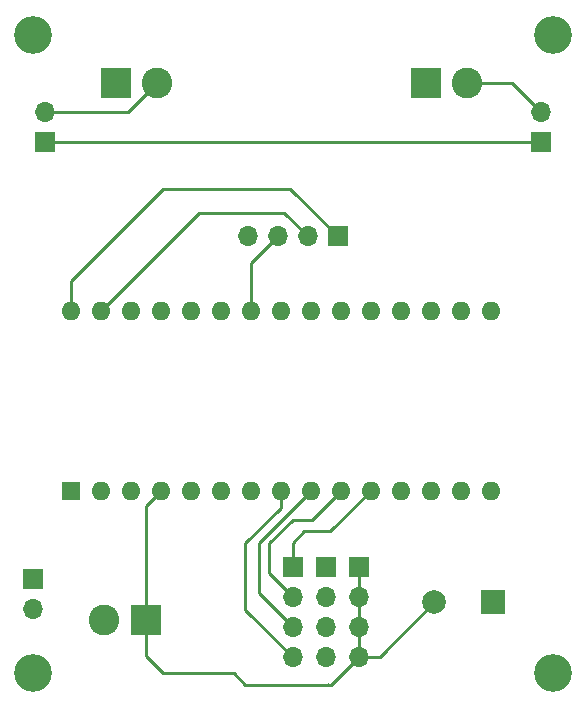
<source format=gbr>
%TF.GenerationSoftware,KiCad,Pcbnew,(6.0.1)*%
%TF.CreationDate,2022-02-20T15:56:06+01:00*%
%TF.ProjectId,NANOFC,4e414e4f-4643-42e6-9b69-6361645f7063,rev?*%
%TF.SameCoordinates,Original*%
%TF.FileFunction,Copper,L1,Top*%
%TF.FilePolarity,Positive*%
%FSLAX46Y46*%
G04 Gerber Fmt 4.6, Leading zero omitted, Abs format (unit mm)*
G04 Created by KiCad (PCBNEW (6.0.1)) date 2022-02-20 15:56:06*
%MOMM*%
%LPD*%
G01*
G04 APERTURE LIST*
%TA.AperFunction,ComponentPad*%
%ADD10R,2.600000X2.600000*%
%TD*%
%TA.AperFunction,ComponentPad*%
%ADD11C,2.600000*%
%TD*%
%TA.AperFunction,ComponentPad*%
%ADD12R,1.700000X1.700000*%
%TD*%
%TA.AperFunction,ComponentPad*%
%ADD13O,1.700000X1.700000*%
%TD*%
%TA.AperFunction,ComponentPad*%
%ADD14R,2.000000X2.000000*%
%TD*%
%TA.AperFunction,ComponentPad*%
%ADD15C,2.000000*%
%TD*%
%TA.AperFunction,ComponentPad*%
%ADD16R,1.600000X1.600000*%
%TD*%
%TA.AperFunction,ComponentPad*%
%ADD17O,1.600000X1.600000*%
%TD*%
%TA.AperFunction,ViaPad*%
%ADD18C,3.200000*%
%TD*%
%TA.AperFunction,Conductor*%
%ADD19C,0.250000*%
%TD*%
G04 APERTURE END LIST*
D10*
%TO.P,Pyro 2,1,Pin_1*%
%TO.N,Net-(J4-Pad1)*%
X160000000Y-67000000D03*
D11*
%TO.P,Pyro 2,2,Pin_2*%
%TO.N,Net-(J4-Pad2)*%
X163500000Y-67000000D03*
%TD*%
D12*
%TO.P,Master Arm,1,Pin_1*%
%TO.N,+BATT*%
X153000000Y-109000000D03*
D13*
%TO.P,Master Arm,2,Pin_2*%
%TO.N,Net-(J1-Pad2)*%
X153000000Y-111540000D03*
%TD*%
D14*
%TO.P,BZ1,1,-*%
%TO.N,Buzzer*%
X192000000Y-111000000D03*
D15*
%TO.P,BZ1,2,+*%
%TO.N,GND*%
X187000000Y-111000000D03*
%TD*%
D12*
%TO.P,J3,1,Pin_1*%
%TO.N,3.3v*%
X178800000Y-80000000D03*
D13*
%TO.P,J3,2,Pin_2*%
%TO.N,GND*%
X176260000Y-80000000D03*
%TO.P,J3,3,Pin_3*%
%TO.N,SCL*%
X173720000Y-80000000D03*
%TO.P,J3,4,Pin_4*%
%TO.N,SDA*%
X171180000Y-80000000D03*
%TD*%
D12*
%TO.P,GND,1,Pin_1*%
%TO.N,GND*%
X180600000Y-108000000D03*
D13*
%TO.P,GND,2,Pin_2*%
X180600000Y-110540000D03*
%TO.P,GND,3,Pin_3*%
X180600000Y-113080000D03*
%TO.P,GND,4,Pin_4*%
X180600000Y-115620000D03*
%TD*%
D16*
%TO.P,A1,1,D1/TX*%
%TO.N,unconnected-(A1-Pad1)*%
X156210000Y-101590000D03*
D17*
%TO.P,A1,2,D0/RX*%
%TO.N,unconnected-(A1-Pad2)*%
X158750000Y-101590000D03*
%TO.P,A1,3,~{RESET}*%
%TO.N,unconnected-(A1-Pad3)*%
X161290000Y-101590000D03*
%TO.P,A1,4,GND*%
%TO.N,GND*%
X163830000Y-101590000D03*
%TO.P,A1,5,D2*%
%TO.N,Pyro_1*%
X166370000Y-101590000D03*
%TO.P,A1,6,D3*%
%TO.N,Pyro_2*%
X168910000Y-101590000D03*
%TO.P,A1,7,D4*%
%TO.N,Buzzer*%
X171450000Y-101590000D03*
%TO.P,A1,8,D5*%
%TO.N,Servo_1*%
X173990000Y-101590000D03*
%TO.P,A1,9,D6*%
%TO.N,Servo_2*%
X176530000Y-101590000D03*
%TO.P,A1,10,D7*%
%TO.N,Servo_3*%
X179070000Y-101590000D03*
%TO.P,A1,11,D8*%
%TO.N,Servo_4*%
X181610000Y-101590000D03*
%TO.P,A1,12,D9*%
%TO.N,unconnected-(A1-Pad12)*%
X184150000Y-101590000D03*
%TO.P,A1,13,D10*%
%TO.N,unconnected-(A1-Pad13)*%
X186690000Y-101590000D03*
%TO.P,A1,14,D11*%
%TO.N,unconnected-(A1-Pad14)*%
X189230000Y-101590000D03*
%TO.P,A1,15,D12*%
%TO.N,unconnected-(A1-Pad15)*%
X191770000Y-101590000D03*
%TO.P,A1,16,D13*%
%TO.N,unconnected-(A1-Pad16)*%
X191770000Y-86350000D03*
%TO.P,A1,17,3V3*%
%TO.N,unconnected-(A1-Pad17)*%
X189230000Y-86350000D03*
%TO.P,A1,18,AREF*%
%TO.N,unconnected-(A1-Pad18)*%
X186690000Y-86350000D03*
%TO.P,A1,19,A0*%
%TO.N,unconnected-(A1-Pad19)*%
X184150000Y-86350000D03*
%TO.P,A1,20,A1*%
%TO.N,unconnected-(A1-Pad20)*%
X181610000Y-86350000D03*
%TO.P,A1,21,A2*%
%TO.N,unconnected-(A1-Pad21)*%
X179070000Y-86350000D03*
%TO.P,A1,22,A3*%
%TO.N,unconnected-(A1-Pad22)*%
X176530000Y-86350000D03*
%TO.P,A1,23,A4*%
%TO.N,SDA*%
X173990000Y-86350000D03*
%TO.P,A1,24,A5*%
%TO.N,SCL*%
X171450000Y-86350000D03*
%TO.P,A1,25,A6*%
%TO.N,unconnected-(A1-Pad25)*%
X168910000Y-86350000D03*
%TO.P,A1,26,A7*%
%TO.N,unconnected-(A1-Pad26)*%
X166370000Y-86350000D03*
%TO.P,A1,27,+5V*%
%TO.N,unconnected-(A1-Pad27)*%
X163830000Y-86350000D03*
%TO.P,A1,28,~{RESET}*%
%TO.N,unconnected-(A1-Pad28)*%
X161290000Y-86350000D03*
%TO.P,A1,29,GND*%
%TO.N,GND*%
X158750000Y-86350000D03*
%TO.P,A1,30,VIN*%
%TO.N,3.3v*%
X156210000Y-86350000D03*
%TD*%
D12*
%TO.P,P1 Arm,1,Pin_1*%
%TO.N,+BATT*%
X196000000Y-72000000D03*
D13*
%TO.P,P1 Arm,2,Pin_2*%
%TO.N,Net-(J2-Pad2)*%
X196000000Y-69460000D03*
%TD*%
D12*
%TO.P,V+,1,Pin_1*%
%TO.N,+BATT*%
X177800000Y-108000000D03*
D13*
%TO.P,V+,2,Pin_2*%
X177800000Y-110540000D03*
%TO.P,V+,3,Pin_3*%
X177800000Y-113080000D03*
%TO.P,V+,4,Pin_4*%
X177800000Y-115620000D03*
%TD*%
D10*
%TO.P,Pyro 1,1,Pin_1*%
%TO.N,Net-(J2-Pad1)*%
X186250000Y-67000000D03*
D11*
%TO.P,Pyro 1,2,Pin_2*%
%TO.N,Net-(J2-Pad2)*%
X189750000Y-67000000D03*
%TD*%
D10*
%TO.P,Power in,1,Pin_1*%
%TO.N,GND*%
X162560000Y-112455000D03*
D11*
%TO.P,Power in,2,Pin_2*%
%TO.N,Net-(J1-Pad2)*%
X159060000Y-112455000D03*
%TD*%
D12*
%TO.P,P2 Arm,1,Pin_1*%
%TO.N,+BATT*%
X154000000Y-72000000D03*
D13*
%TO.P,P2 Arm,2,Pin_2*%
%TO.N,Net-(J4-Pad2)*%
X154000000Y-69460000D03*
%TD*%
D12*
%TO.P,SIG,1,Pin_1*%
%TO.N,Servo_4*%
X175000000Y-108000000D03*
D13*
%TO.P,SIG,2,Pin_2*%
%TO.N,Servo_3*%
X175000000Y-110540000D03*
%TO.P,SIG,3,Pin_3*%
%TO.N,Servo_2*%
X175000000Y-113080000D03*
%TO.P,SIG,4,Pin_4*%
%TO.N,Servo_1*%
X175000000Y-115620000D03*
%TD*%
D18*
%TO.N,*%
X153000000Y-117000000D03*
X197000000Y-117000000D03*
X153000000Y-63000000D03*
X197000000Y-63000000D03*
%TD*%
D19*
%TO.N,GND*%
X167100000Y-78000000D02*
X158750000Y-86350000D01*
X180600000Y-113080000D02*
X180600000Y-110540000D01*
X180600000Y-110540000D02*
X180600000Y-108000000D01*
X178220000Y-118000000D02*
X180600000Y-115620000D01*
X162560000Y-112455000D02*
X162560000Y-115560000D01*
X180600000Y-115620000D02*
X180600000Y-113080000D01*
X162560000Y-112455000D02*
X162560000Y-102860000D01*
X180600000Y-115620000D02*
X182380000Y-115620000D01*
X176260000Y-80000000D02*
X174260000Y-78000000D01*
X174260000Y-78000000D02*
X167100000Y-78000000D01*
X170000000Y-117000000D02*
X171000000Y-118000000D01*
X178000000Y-118000000D02*
X178000000Y-117920000D01*
X182380000Y-115620000D02*
X187000000Y-111000000D01*
X162560000Y-102860000D02*
X163830000Y-101590000D01*
X164000000Y-117000000D02*
X170000000Y-117000000D01*
X162560000Y-115560000D02*
X164000000Y-117000000D01*
X178000000Y-118000000D02*
X178220000Y-118000000D01*
X171000000Y-118000000D02*
X178000000Y-118000000D01*
%TO.N,SCL*%
X171450000Y-82270000D02*
X173720000Y-80000000D01*
X171450000Y-86350000D02*
X171450000Y-82270000D01*
%TO.N,3.3v*%
X156210000Y-83790000D02*
X156210000Y-86350000D01*
X174800000Y-76000000D02*
X164000000Y-76000000D01*
X164000000Y-76000000D02*
X156210000Y-83790000D01*
X178800000Y-80000000D02*
X174800000Y-76000000D01*
%TO.N,+BATT*%
X154000000Y-72000000D02*
X196000000Y-72000000D01*
%TO.N,Servo_1*%
X173990000Y-103010000D02*
X171000000Y-106000000D01*
X173990000Y-101580000D02*
X173990000Y-102010000D01*
X171000000Y-106000000D02*
X171000000Y-111620000D01*
X173990000Y-101590000D02*
X173990000Y-103010000D01*
X171000000Y-111620000D02*
X175000000Y-115620000D01*
%TO.N,Servo_2*%
X172120000Y-106000000D02*
X172120000Y-110200000D01*
X172120000Y-110200000D02*
X175000000Y-113080000D01*
X176530000Y-101590000D02*
X172120000Y-106000000D01*
%TO.N,Servo_3*%
X179070000Y-101590000D02*
X176660000Y-104000000D01*
X174500000Y-110500000D02*
X175260000Y-110500000D01*
X173000000Y-106000000D02*
X173000000Y-108540000D01*
X175000000Y-104000000D02*
X173000000Y-106000000D01*
X176660000Y-104000000D02*
X175000000Y-104000000D01*
X173000000Y-108540000D02*
X175000000Y-110540000D01*
%TO.N,Servo_4*%
X176000000Y-105000000D02*
X175000000Y-106000000D01*
X181610000Y-101590000D02*
X178200000Y-105000000D01*
X178200000Y-105000000D02*
X176000000Y-105000000D01*
X175000000Y-106000000D02*
X175000000Y-108000000D01*
%TO.N,Net-(J2-Pad2)*%
X196000000Y-69460000D02*
X193540000Y-67000000D01*
X193540000Y-67000000D02*
X189750000Y-67000000D01*
%TO.N,Net-(J4-Pad2)*%
X154000000Y-69460000D02*
X161040000Y-69460000D01*
X161040000Y-69460000D02*
X163500000Y-67000000D01*
%TD*%
M02*

</source>
